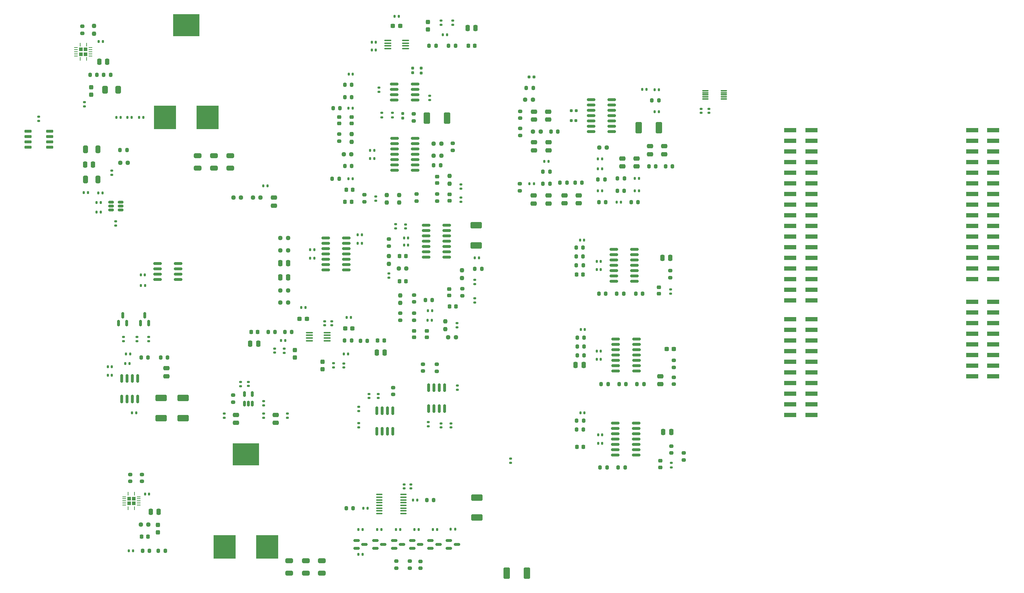
<source format=gbr>
%TF.GenerationSoftware,KiCad,Pcbnew,8.0.8*%
%TF.CreationDate,2025-03-13T09:52:43+00:00*%
%TF.ProjectId,Beehive_Monitor_main_PCB,42656568-6976-4655-9f4d-6f6e69746f72,rev?*%
%TF.SameCoordinates,Original*%
%TF.FileFunction,Paste,Top*%
%TF.FilePolarity,Positive*%
%FSLAX46Y46*%
G04 Gerber Fmt 4.6, Leading zero omitted, Abs format (unit mm)*
G04 Created by KiCad (PCBNEW 8.0.8) date 2025-03-13 09:52:43*
%MOMM*%
%LPD*%
G01*
G04 APERTURE LIST*
G04 Aperture macros list*
%AMRoundRect*
0 Rectangle with rounded corners*
0 $1 Rounding radius*
0 $2 $3 $4 $5 $6 $7 $8 $9 X,Y pos of 4 corners*
0 Add a 4 corners polygon primitive as box body*
4,1,4,$2,$3,$4,$5,$6,$7,$8,$9,$2,$3,0*
0 Add four circle primitives for the rounded corners*
1,1,$1+$1,$2,$3*
1,1,$1+$1,$4,$5*
1,1,$1+$1,$6,$7*
1,1,$1+$1,$8,$9*
0 Add four rect primitives between the rounded corners*
20,1,$1+$1,$2,$3,$4,$5,0*
20,1,$1+$1,$4,$5,$6,$7,0*
20,1,$1+$1,$6,$7,$8,$9,0*
20,1,$1+$1,$8,$9,$2,$3,0*%
G04 Aperture macros list end*
%ADD10RoundRect,0.200000X0.275000X-0.200000X0.275000X0.200000X-0.275000X0.200000X-0.275000X-0.200000X0*%
%ADD11RoundRect,0.200000X-0.200000X-0.275000X0.200000X-0.275000X0.200000X0.275000X-0.200000X0.275000X0*%
%ADD12RoundRect,0.237500X0.300000X0.237500X-0.300000X0.237500X-0.300000X-0.237500X0.300000X-0.237500X0*%
%ADD13RoundRect,0.225000X0.250000X-0.225000X0.250000X0.225000X-0.250000X0.225000X-0.250000X-0.225000X0*%
%ADD14RoundRect,0.150000X0.150000X-0.512500X0.150000X0.512500X-0.150000X0.512500X-0.150000X-0.512500X0*%
%ADD15RoundRect,0.140000X-0.140000X-0.170000X0.140000X-0.170000X0.140000X0.170000X-0.140000X0.170000X0*%
%ADD16RoundRect,0.250000X0.475000X-0.250000X0.475000X0.250000X-0.475000X0.250000X-0.475000X-0.250000X0*%
%ADD17RoundRect,0.135000X-0.185000X0.135000X-0.185000X-0.135000X0.185000X-0.135000X0.185000X0.135000X0*%
%ADD18RoundRect,0.135000X0.135000X0.185000X-0.135000X0.185000X-0.135000X-0.185000X0.135000X-0.185000X0*%
%ADD19RoundRect,0.150000X-0.825000X-0.150000X0.825000X-0.150000X0.825000X0.150000X-0.825000X0.150000X0*%
%ADD20RoundRect,0.200000X-0.275000X0.200000X-0.275000X-0.200000X0.275000X-0.200000X0.275000X0.200000X0*%
%ADD21RoundRect,0.225000X0.225000X0.250000X-0.225000X0.250000X-0.225000X-0.250000X0.225000X-0.250000X0*%
%ADD22RoundRect,0.200000X0.200000X0.275000X-0.200000X0.275000X-0.200000X-0.275000X0.200000X-0.275000X0*%
%ADD23RoundRect,0.225000X-0.225000X-0.250000X0.225000X-0.250000X0.225000X0.250000X-0.225000X0.250000X0*%
%ADD24RoundRect,0.140000X0.170000X-0.140000X0.170000X0.140000X-0.170000X0.140000X-0.170000X-0.140000X0*%
%ADD25RoundRect,0.250000X-0.650000X0.325000X-0.650000X-0.325000X0.650000X-0.325000X0.650000X0.325000X0*%
%ADD26RoundRect,0.155000X0.155000X-0.212500X0.155000X0.212500X-0.155000X0.212500X-0.155000X-0.212500X0*%
%ADD27RoundRect,0.150000X0.825000X0.150000X-0.825000X0.150000X-0.825000X-0.150000X0.825000X-0.150000X0*%
%ADD28RoundRect,0.140000X-0.170000X0.140000X-0.170000X-0.140000X0.170000X-0.140000X0.170000X0.140000X0*%
%ADD29RoundRect,0.135000X-0.135000X-0.185000X0.135000X-0.185000X0.135000X0.185000X-0.135000X0.185000X0*%
%ADD30RoundRect,0.135000X0.185000X-0.135000X0.185000X0.135000X-0.185000X0.135000X-0.185000X-0.135000X0*%
%ADD31RoundRect,0.225000X-0.250000X0.225000X-0.250000X-0.225000X0.250000X-0.225000X0.250000X0.225000X0*%
%ADD32RoundRect,0.250000X-0.250000X-0.475000X0.250000X-0.475000X0.250000X0.475000X-0.250000X0.475000X0*%
%ADD33RoundRect,0.250000X-0.475000X0.250000X-0.475000X-0.250000X0.475000X-0.250000X0.475000X0.250000X0*%
%ADD34RoundRect,0.140000X0.140000X0.170000X-0.140000X0.170000X-0.140000X-0.170000X0.140000X-0.170000X0*%
%ADD35R,6.360000X5.280000*%
%ADD36R,5.330000X5.590000*%
%ADD37RoundRect,0.237500X-0.237500X0.300000X-0.237500X-0.300000X0.237500X-0.300000X0.237500X0.300000X0*%
%ADD38RoundRect,0.100000X-0.712500X-0.100000X0.712500X-0.100000X0.712500X0.100000X-0.712500X0.100000X0*%
%ADD39RoundRect,0.250000X0.250000X0.475000X-0.250000X0.475000X-0.250000X-0.475000X0.250000X-0.475000X0*%
%ADD40RoundRect,0.237500X-0.250000X-0.237500X0.250000X-0.237500X0.250000X0.237500X-0.250000X0.237500X0*%
%ADD41R,0.820000X0.820000*%
%ADD42R,0.280000X0.850000*%
%ADD43R,0.850000X0.280000*%
%ADD44RoundRect,0.150000X-0.587500X-0.150000X0.587500X-0.150000X0.587500X0.150000X-0.587500X0.150000X0*%
%ADD45RoundRect,0.237500X-0.300000X-0.237500X0.300000X-0.237500X0.300000X0.237500X-0.300000X0.237500X0*%
%ADD46RoundRect,0.150000X-0.150000X0.825000X-0.150000X-0.825000X0.150000X-0.825000X0.150000X0.825000X0*%
%ADD47RoundRect,0.237500X0.250000X0.237500X-0.250000X0.237500X-0.250000X-0.237500X0.250000X-0.237500X0*%
%ADD48RoundRect,0.237500X-0.237500X0.250000X-0.237500X-0.250000X0.237500X-0.250000X0.237500X0.250000X0*%
%ADD49RoundRect,0.100000X-0.637500X-0.100000X0.637500X-0.100000X0.637500X0.100000X-0.637500X0.100000X0*%
%ADD50RoundRect,0.237500X0.237500X-0.300000X0.237500X0.300000X-0.237500X0.300000X-0.237500X-0.300000X0*%
%ADD51R,3.000000X1.000000*%
%ADD52RoundRect,0.250000X1.100000X-0.500000X1.100000X0.500000X-1.100000X0.500000X-1.100000X-0.500000X0*%
%ADD53RoundRect,0.237500X0.237500X-0.250000X0.237500X0.250000X-0.237500X0.250000X-0.237500X-0.250000X0*%
%ADD54RoundRect,0.155000X-0.212500X-0.155000X0.212500X-0.155000X0.212500X0.155000X-0.212500X0.155000X0*%
%ADD55RoundRect,0.250000X-0.500000X-1.100000X0.500000X-1.100000X0.500000X1.100000X-0.500000X1.100000X0*%
%ADD56RoundRect,0.250000X-0.325000X-0.650000X0.325000X-0.650000X0.325000X0.650000X-0.325000X0.650000X0*%
%ADD57RoundRect,0.150000X0.512500X0.150000X-0.512500X0.150000X-0.512500X-0.150000X0.512500X-0.150000X0*%
%ADD58RoundRect,0.150000X0.725000X0.150000X-0.725000X0.150000X-0.725000X-0.150000X0.725000X-0.150000X0*%
%ADD59RoundRect,0.250000X0.500000X1.100000X-0.500000X1.100000X-0.500000X-1.100000X0.500000X-1.100000X0*%
%ADD60RoundRect,0.155000X-0.155000X0.212500X-0.155000X-0.212500X0.155000X-0.212500X0.155000X0.212500X0*%
%ADD61RoundRect,0.075000X-0.650000X-0.075000X0.650000X-0.075000X0.650000X0.075000X-0.650000X0.075000X0*%
%ADD62RoundRect,0.250000X0.412500X0.650000X-0.412500X0.650000X-0.412500X-0.650000X0.412500X-0.650000X0*%
%ADD63RoundRect,0.150000X0.150000X-0.587500X0.150000X0.587500X-0.150000X0.587500X-0.150000X-0.587500X0*%
%ADD64RoundRect,0.100000X0.712500X0.100000X-0.712500X0.100000X-0.712500X-0.100000X0.712500X-0.100000X0*%
%ADD65RoundRect,0.155000X0.212500X0.155000X-0.212500X0.155000X-0.212500X-0.155000X0.212500X-0.155000X0*%
%ADD66RoundRect,0.150000X0.150000X-0.825000X0.150000X0.825000X-0.150000X0.825000X-0.150000X-0.825000X0*%
G04 APERTURE END LIST*
D10*
%TO.C,R172*%
X211880000Y-159175000D03*
X211880000Y-157525000D03*
%TD*%
D11*
%TO.C,R153*%
X203415000Y-121120000D03*
X205065000Y-121120000D03*
%TD*%
D12*
%TO.C,C95*%
X212515000Y-134350000D03*
X210790000Y-134350000D03*
%TD*%
D11*
%TO.C,R47*%
X133980000Y-74210000D03*
X135630000Y-74210000D03*
%TD*%
D13*
%TO.C,C84*%
X150531250Y-131567500D03*
X150531250Y-130017500D03*
%TD*%
D14*
%TO.C,IC4*%
X110025000Y-147385000D03*
X110975000Y-147385000D03*
X111925000Y-147385000D03*
X111925000Y-145110000D03*
X110025000Y-145110000D03*
%TD*%
D15*
%TO.C,Cboot1*%
X86340000Y-169000000D03*
X87300000Y-169000000D03*
%TD*%
D16*
%TO.C,C77*%
X210240000Y-87825907D03*
X210240000Y-85925907D03*
%TD*%
D17*
%TO.C,R17*%
X114650000Y-146740000D03*
X114650000Y-147760000D03*
%TD*%
D11*
%TO.C,R141*%
X85390000Y-136370000D03*
X87040000Y-136370000D03*
%TD*%
D10*
%TO.C,R60*%
X151110000Y-98995000D03*
X151110000Y-97345000D03*
%TD*%
D18*
%TO.C,R82*%
X179090000Y-94845907D03*
X178070000Y-94845907D03*
%TD*%
D19*
%TO.C,U1*%
X145830000Y-84050000D03*
X145830000Y-85320000D03*
X145830000Y-86590000D03*
X145830000Y-87860000D03*
X145830000Y-89130000D03*
X145830000Y-90400000D03*
X145830000Y-91670000D03*
X150780000Y-91670000D03*
X150780000Y-90400000D03*
X150780000Y-89130000D03*
X150780000Y-87860000D03*
X150780000Y-86590000D03*
X150780000Y-85320000D03*
X150780000Y-84050000D03*
%TD*%
D20*
%TO.C,R113*%
X150531250Y-125787500D03*
X150531250Y-127437500D03*
%TD*%
D13*
%TO.C,C63*%
X158990000Y-98965000D03*
X158990000Y-97415000D03*
%TD*%
D21*
%TO.C,C111*%
X190802499Y-116532500D03*
X189252499Y-116532500D03*
%TD*%
D22*
%TO.C,R79*%
X184840000Y-82430000D03*
X183190000Y-82430000D03*
%TD*%
D23*
%TO.C,C31*%
X111610000Y-130290000D03*
X113160000Y-130290000D03*
%TD*%
D24*
%TO.C,C24*%
X130900000Y-128660000D03*
X130900000Y-127700000D03*
%TD*%
D15*
%TO.C,C97*%
X138420000Y-172310000D03*
X139380000Y-172310000D03*
%TD*%
D25*
%TO.C,C20*%
X128525000Y-184900000D03*
X128525000Y-187850000D03*
%TD*%
D26*
%TO.C,C68*%
X150205000Y-68417500D03*
X150205000Y-67282500D03*
%TD*%
D19*
%TO.C,U3*%
X192740000Y-74795907D03*
X192740000Y-76065907D03*
X192740000Y-77335907D03*
X192740000Y-78605907D03*
X192740000Y-79875907D03*
X192740000Y-81145907D03*
X192740000Y-82415907D03*
X197690000Y-82415907D03*
X197690000Y-81145907D03*
X197690000Y-79875907D03*
X197690000Y-78605907D03*
X197690000Y-77335907D03*
X197690000Y-76065907D03*
X197690000Y-74795907D03*
%TD*%
D27*
%TO.C,IC2*%
X94220000Y-117770000D03*
X94220000Y-116500000D03*
X94220000Y-115230000D03*
X94220000Y-113960000D03*
X89270000Y-113960000D03*
X89270000Y-115230000D03*
X89270000Y-116500000D03*
X89270000Y-117770000D03*
%TD*%
D28*
%TO.C,C89*%
X159325000Y-152107500D03*
X159325000Y-153067500D03*
%TD*%
D29*
%TO.C,R146*%
X83225552Y-149554448D03*
X84245552Y-149554448D03*
%TD*%
D30*
%TO.C,R71*%
X142145000Y-72940000D03*
X142145000Y-71920000D03*
%TD*%
D11*
%TO.C,R13*%
X80340000Y-86810000D03*
X81990000Y-86810000D03*
%TD*%
%TO.C,R154*%
X189425000Y-133710000D03*
X191075000Y-133710000D03*
%TD*%
D31*
%TO.C,C59*%
X132690000Y-78975000D03*
X132690000Y-80525000D03*
%TD*%
D15*
%TO.C,C57*%
X134895000Y-68690000D03*
X135855000Y-68690000D03*
%TD*%
D32*
%TO.C,C2*%
X72025000Y-90275000D03*
X73925000Y-90275000D03*
%TD*%
D11*
%TO.C,R132*%
X165016250Y-115172500D03*
X166666250Y-115172500D03*
%TD*%
D22*
%TO.C,R92*%
X200677500Y-96585907D03*
X199027500Y-96585907D03*
%TD*%
D33*
%TO.C,C72*%
X182520000Y-77670907D03*
X182520000Y-79570907D03*
%TD*%
D34*
%TO.C,C93*%
X191265000Y-129680000D03*
X190305000Y-129680000D03*
%TD*%
D11*
%TO.C,R116*%
X195170000Y-142730000D03*
X196820000Y-142730000D03*
%TD*%
D10*
%TO.C,R167*%
X155940000Y-139625000D03*
X155940000Y-137975000D03*
%TD*%
D29*
%TO.C,R96*%
X203155000Y-93635907D03*
X204175000Y-93635907D03*
%TD*%
D18*
%TO.C,R168*%
X154836250Y-125187500D03*
X153816250Y-125187500D03*
%TD*%
D34*
%TO.C,C56*%
X140992500Y-86900000D03*
X140032500Y-86900000D03*
%TD*%
D11*
%TO.C,R118*%
X153201250Y-122687500D03*
X154851250Y-122687500D03*
%TD*%
D10*
%TO.C,R50*%
X132690000Y-84700000D03*
X132690000Y-83050000D03*
%TD*%
D18*
%TO.C,R28*%
X134740000Y-135480000D03*
X133720000Y-135480000D03*
%TD*%
D30*
%TO.C,R149*%
X173500000Y-161510000D03*
X173500000Y-160490000D03*
%TD*%
D10*
%TO.C,R121*%
X149495000Y-186635000D03*
X149495000Y-184985000D03*
%TD*%
D34*
%TO.C,C102*%
X78400000Y-140604448D03*
X77440000Y-140604448D03*
%TD*%
%TO.C,C44*%
X86320000Y-119210000D03*
X85360000Y-119210000D03*
%TD*%
D11*
%TO.C,R95*%
X199040000Y-93635907D03*
X200690000Y-93635907D03*
%TD*%
D17*
%TO.C,R133*%
X165011250Y-117842500D03*
X165011250Y-118862500D03*
%TD*%
D30*
%TO.C,R143*%
X81190000Y-132470000D03*
X81190000Y-131450000D03*
%TD*%
%TO.C,R500*%
X78340000Y-92750000D03*
X78340000Y-91730000D03*
%TD*%
D20*
%TO.C,R6*%
X71350000Y-57312500D03*
X71350000Y-58962500D03*
%TD*%
D35*
%TO.C,L1*%
X96125000Y-57000000D03*
D36*
X91050000Y-79075000D03*
X101200000Y-79075000D03*
%TD*%
D11*
%TO.C,R156*%
X199435000Y-142730000D03*
X201085000Y-142730000D03*
%TD*%
D18*
%TO.C,R46*%
X135850000Y-76840000D03*
X134830000Y-76840000D03*
%TD*%
D37*
%TO.C,C7*%
X73500000Y-71875000D03*
X73500000Y-73600000D03*
%TD*%
D17*
%TO.C,R150*%
X153915000Y-151747500D03*
X153915000Y-152767500D03*
%TD*%
D29*
%TO.C,R36*%
X123553750Y-124426250D03*
X124573750Y-124426250D03*
%TD*%
D22*
%TO.C,R91*%
X203960000Y-99285907D03*
X202310000Y-99285907D03*
%TD*%
D33*
%TO.C,C14*%
X107975000Y-150080000D03*
X107975000Y-151980000D03*
%TD*%
D17*
%TO.C,R4*%
X79300000Y-103880000D03*
X79300000Y-104900000D03*
%TD*%
D38*
%TO.C,IC6*%
X125552500Y-130410000D03*
X125552500Y-131060000D03*
X125552500Y-131710000D03*
X125552500Y-132360000D03*
X129777500Y-132360000D03*
X129777500Y-131710000D03*
X129777500Y-131060000D03*
X129777500Y-130410000D03*
%TD*%
D34*
%TO.C,C55*%
X140992500Y-88870000D03*
X140032500Y-88870000D03*
%TD*%
D24*
%TO.C,C23*%
X129202500Y-128660000D03*
X129202500Y-127700000D03*
%TD*%
%TO.C,C100*%
X149770000Y-167640000D03*
X149770000Y-166680000D03*
%TD*%
D22*
%TO.C,R155*%
X191085000Y-135820000D03*
X189435000Y-135820000D03*
%TD*%
D39*
%TO.C,C112*%
X211672499Y-112542500D03*
X209772499Y-112542500D03*
%TD*%
D17*
%TO.C,R55*%
X141380000Y-97900000D03*
X141380000Y-98920000D03*
%TD*%
D29*
%TO.C,R34*%
X118778750Y-132320000D03*
X119798750Y-132320000D03*
%TD*%
D11*
%TO.C,R11*%
X76450000Y-68900000D03*
X78100000Y-68900000D03*
%TD*%
D12*
%TO.C,C39*%
X147200000Y-57170000D03*
X145475000Y-57170000D03*
%TD*%
D40*
%TO.C,R16*%
X85300000Y-176225000D03*
X87125000Y-176225000D03*
%TD*%
D10*
%TO.C,R158*%
X212525000Y-138715000D03*
X212525000Y-137065000D03*
%TD*%
D37*
%TO.C,C27*%
X128650000Y-137397500D03*
X128650000Y-139122500D03*
%TD*%
D18*
%TO.C,R72*%
X115525000Y-95360000D03*
X114505000Y-95360000D03*
%TD*%
D11*
%TO.C,R86*%
X188920000Y-94625907D03*
X190570000Y-94625907D03*
%TD*%
D41*
%TO.C,IC3*%
X71015000Y-62815000D03*
X71015000Y-63935000D03*
X72135000Y-62815000D03*
X72135000Y-63935000D03*
D42*
X70825000Y-61650000D03*
D43*
X69850000Y-62375000D03*
X69850000Y-62875000D03*
X69850000Y-63375000D03*
X69850000Y-63875000D03*
X69850000Y-64375000D03*
D42*
X70825000Y-65100000D03*
X72325000Y-65100000D03*
D43*
X73300000Y-64375000D03*
X73300000Y-63875000D03*
X73300000Y-63375000D03*
X73300000Y-62875000D03*
X73300000Y-62375000D03*
D42*
X72325000Y-61650000D03*
%TD*%
D11*
%TO.C,R173*%
X194920000Y-162580000D03*
X196570000Y-162580000D03*
%TD*%
D44*
%TO.C,Q3*%
X136770000Y-180010000D03*
X136770000Y-181910000D03*
X138645000Y-180960000D03*
%TD*%
D39*
%TO.C,C117*%
X211880000Y-154110000D03*
X209980000Y-154110000D03*
%TD*%
D24*
%TO.C,C99*%
X148120000Y-167640000D03*
X148120000Y-166680000D03*
%TD*%
D18*
%TO.C,R104*%
X204162500Y-96585907D03*
X203142500Y-96585907D03*
%TD*%
D30*
%TO.C,R142*%
X84425552Y-132470000D03*
X84425552Y-131450000D03*
%TD*%
D34*
%TO.C,C114*%
X195390000Y-156820000D03*
X194430000Y-156820000D03*
%TD*%
D40*
%TO.C,R42*%
X107407500Y-98200000D03*
X109232500Y-98200000D03*
%TD*%
D20*
%TO.C,R15*%
X82750000Y-164300000D03*
X82750000Y-165950000D03*
%TD*%
D34*
%TO.C,C109*%
X195062499Y-115372500D03*
X194102499Y-115372500D03*
%TD*%
D45*
%TO.C,C34*%
X123201250Y-127166250D03*
X124926250Y-127166250D03*
%TD*%
D21*
%TO.C,C116*%
X190885000Y-157700000D03*
X189335000Y-157700000D03*
%TD*%
D16*
%TO.C,C17*%
X186450000Y-99565907D03*
X186450000Y-97665907D03*
%TD*%
D46*
%TO.C,U5*%
X157800000Y-143587500D03*
X156530000Y-143587500D03*
X155260000Y-143587500D03*
X153990000Y-143587500D03*
X153990000Y-148537500D03*
X155260000Y-148537500D03*
X156530000Y-148537500D03*
X157800000Y-148537500D03*
%TD*%
D47*
%TO.C,R26*%
X120420000Y-120360000D03*
X118595000Y-120360000D03*
%TD*%
D15*
%TO.C,Cboot5*%
X75270000Y-60925000D03*
X76230000Y-60925000D03*
%TD*%
D48*
%TO.C,R63*%
X159000000Y-93025000D03*
X159000000Y-94850000D03*
%TD*%
D18*
%TO.C,R125*%
X138217500Y-177385000D03*
X137197500Y-177385000D03*
%TD*%
D40*
%TO.C,R75*%
X177027500Y-74845907D03*
X178852500Y-74845907D03*
%TD*%
D20*
%TO.C,R111*%
X150531250Y-121447500D03*
X150531250Y-123097500D03*
%TD*%
D49*
%TO.C,IC9*%
X142245000Y-169060000D03*
X142245000Y-169710000D03*
X142245000Y-170360000D03*
X142245000Y-171010000D03*
X142245000Y-171660000D03*
X142245000Y-172310000D03*
X142245000Y-172960000D03*
X142245000Y-173610000D03*
X147970000Y-173610000D03*
X147970000Y-172960000D03*
X147970000Y-172310000D03*
X147970000Y-171660000D03*
X147970000Y-171010000D03*
X147970000Y-170360000D03*
X147970000Y-169710000D03*
X147970000Y-169060000D03*
%TD*%
D44*
%TO.C,Q1*%
X150095000Y-180010000D03*
X150095000Y-181910000D03*
X151970000Y-180960000D03*
%TD*%
D12*
%TO.C,C28*%
X135782500Y-129426250D03*
X134057500Y-129426250D03*
%TD*%
D18*
%TO.C,R39*%
X158415000Y-59317500D03*
X157395000Y-59317500D03*
%TD*%
D50*
%TO.C,C38*%
X153790000Y-58032500D03*
X153790000Y-56307500D03*
%TD*%
D16*
%TO.C,C74*%
X179050000Y-99595907D03*
X179050000Y-97695907D03*
%TD*%
D13*
%TO.C,C86*%
X158936250Y-121572500D03*
X158936250Y-120022500D03*
%TD*%
D20*
%TO.C,R65*%
X156040000Y-97360000D03*
X156040000Y-99010000D03*
%TD*%
D10*
%TO.C,R110*%
X152645000Y-139605000D03*
X152645000Y-137955000D03*
%TD*%
D26*
%TO.C,C67*%
X152195000Y-68427500D03*
X152195000Y-67292500D03*
%TD*%
D32*
%TO.C,Css5*%
X75375000Y-65750000D03*
X77275000Y-65750000D03*
%TD*%
D11*
%TO.C,R33*%
X119695000Y-130290000D03*
X121345000Y-130290000D03*
%TD*%
D35*
%TO.C,L2*%
X110350000Y-159480000D03*
D36*
X105275000Y-181555000D03*
X115425000Y-181555000D03*
%TD*%
D11*
%TO.C,R93*%
X206520000Y-90735907D03*
X208170000Y-90735907D03*
%TD*%
D33*
%TO.C,C73*%
X179160000Y-84975907D03*
X179160000Y-86875907D03*
%TD*%
D19*
%TO.C,IC8*%
X129430000Y-107830000D03*
X129430000Y-109100000D03*
X129430000Y-110370000D03*
X129430000Y-111640000D03*
X129430000Y-112910000D03*
X129430000Y-114180000D03*
X129430000Y-115450000D03*
X134380000Y-115450000D03*
X134380000Y-114180000D03*
X134380000Y-112910000D03*
X134380000Y-111640000D03*
X134380000Y-110370000D03*
X134380000Y-109100000D03*
X134380000Y-107830000D03*
%TD*%
D18*
%TO.C,R88*%
X195350000Y-91315907D03*
X194330000Y-91315907D03*
%TD*%
D11*
%TO.C,R157*%
X203685000Y-142720000D03*
X205335000Y-142720000D03*
%TD*%
D40*
%TO.C,R25*%
X118595000Y-123250000D03*
X120420000Y-123250000D03*
%TD*%
D13*
%TO.C,C62*%
X156040000Y-94715000D03*
X156040000Y-93165000D03*
%TD*%
D17*
%TO.C,R105*%
X146101250Y-104542500D03*
X146101250Y-105562500D03*
%TD*%
D10*
%TO.C,R151*%
X145485000Y-145182500D03*
X145485000Y-143532500D03*
%TD*%
D11*
%TO.C,R101*%
X181270000Y-92015907D03*
X182920000Y-92015907D03*
%TD*%
%TO.C,R32*%
X115675000Y-130290000D03*
X117325000Y-130290000D03*
%TD*%
D23*
%TO.C,C60*%
X134310000Y-96340000D03*
X135860000Y-96340000D03*
%TD*%
D51*
%TO.C,J1*%
X283680000Y-140840000D03*
X288720000Y-140840000D03*
X283680000Y-138300000D03*
X288720000Y-138300000D03*
X283680000Y-135760000D03*
X288720000Y-135760000D03*
X283680000Y-133220000D03*
X288720000Y-133220000D03*
X283680000Y-130680000D03*
X288720000Y-130680000D03*
X283680000Y-128140000D03*
X288720000Y-128140000D03*
X283680000Y-125600000D03*
X288720000Y-125600000D03*
X283680000Y-123060000D03*
X288720000Y-123060000D03*
%TD*%
D22*
%TO.C,R37*%
X160415000Y-61957500D03*
X158765000Y-61957500D03*
%TD*%
%TO.C,R159*%
X190822499Y-110142500D03*
X189172499Y-110142500D03*
%TD*%
D52*
%TO.C,D4*%
X95390000Y-150820000D03*
X95390000Y-146020000D03*
%TD*%
D18*
%TO.C,R56*%
X135865000Y-93700000D03*
X134845000Y-93700000D03*
%TD*%
D19*
%TO.C,U4*%
X153366250Y-104800000D03*
X153366250Y-106070000D03*
X153366250Y-107340000D03*
X153366250Y-108610000D03*
X153366250Y-109880000D03*
X153366250Y-111150000D03*
X153366250Y-112420000D03*
X158316250Y-112420000D03*
X158316250Y-111150000D03*
X158316250Y-109880000D03*
X158316250Y-108610000D03*
X158316250Y-107340000D03*
X158316250Y-106070000D03*
X158316250Y-104800000D03*
%TD*%
D28*
%TO.C,C107*%
X220845000Y-77020000D03*
X220845000Y-77980000D03*
%TD*%
D22*
%TO.C,R38*%
X155755000Y-61957500D03*
X154105000Y-61957500D03*
%TD*%
D34*
%TO.C,C41*%
X141377500Y-62972500D03*
X140417500Y-62972500D03*
%TD*%
D22*
%TO.C,R89*%
X196275000Y-99275907D03*
X194625000Y-99275907D03*
%TD*%
D16*
%TO.C,C75*%
X189780000Y-99565907D03*
X189780000Y-97665907D03*
%TD*%
D40*
%TO.C,R102*%
X194667500Y-86205907D03*
X196492500Y-86205907D03*
%TD*%
D30*
%TO.C,R175*%
X211880000Y-162570000D03*
X211880000Y-161550000D03*
%TD*%
D24*
%TO.C,C81*%
X148511250Y-105532500D03*
X148511250Y-104572500D03*
%TD*%
D39*
%TO.C,C35*%
X165170000Y-57707500D03*
X163270000Y-57707500D03*
%TD*%
D18*
%TO.C,R138*%
X160292500Y-177360000D03*
X159272500Y-177360000D03*
%TD*%
D53*
%TO.C,R115*%
X147211250Y-123332500D03*
X147211250Y-121507500D03*
%TD*%
%TO.C,R7*%
X74150000Y-59050000D03*
X74150000Y-57225000D03*
%TD*%
D34*
%TO.C,C78*%
X208910000Y-77695907D03*
X207950000Y-77695907D03*
%TD*%
D40*
%TO.C,R62*%
X155175000Y-85320000D03*
X157000000Y-85320000D03*
%TD*%
D20*
%TO.C,R22*%
X107315000Y-145365000D03*
X107315000Y-147015000D03*
%TD*%
D54*
%TO.C,C71*%
X177962500Y-69393407D03*
X179097500Y-69393407D03*
%TD*%
D30*
%TO.C,R100*%
X154210000Y-74930000D03*
X154210000Y-73910000D03*
%TD*%
D48*
%TO.C,R128*%
X161981250Y-115537500D03*
X161981250Y-117362500D03*
%TD*%
D55*
%TO.C,D1*%
X153600000Y-79200000D03*
X158400000Y-79200000D03*
%TD*%
D47*
%TO.C,R64*%
X157012500Y-88180000D03*
X155187500Y-88180000D03*
%TD*%
D18*
%TO.C,R139*%
X155995000Y-177385000D03*
X154975000Y-177385000D03*
%TD*%
D53*
%TO.C,R122*%
X158001250Y-129555000D03*
X158001250Y-127730000D03*
%TD*%
D28*
%TO.C,C32*%
X117273750Y-134256250D03*
X117273750Y-135216250D03*
%TD*%
D10*
%TO.C,R77*%
X175870000Y-83335907D03*
X175870000Y-81685907D03*
%TD*%
D22*
%TO.C,R84*%
X196030000Y-93875907D03*
X194380000Y-93875907D03*
%TD*%
D37*
%TO.C,C5*%
X89425000Y-176337500D03*
X89425000Y-178062500D03*
%TD*%
D34*
%TO.C,C91*%
X195055000Y-134810000D03*
X194095000Y-134810000D03*
%TD*%
D18*
%TO.C,R44*%
X138060000Y-109100000D03*
X137040000Y-109100000D03*
%TD*%
D32*
%TO.C,Css1*%
X87650000Y-173175000D03*
X89550000Y-173175000D03*
%TD*%
D56*
%TO.C,C1*%
X72100000Y-86675000D03*
X75050000Y-86675000D03*
%TD*%
D17*
%TO.C,R35*%
X119533750Y-134246250D03*
X119533750Y-135266250D03*
%TD*%
D10*
%TO.C,R117*%
X212525000Y-142720000D03*
X212525000Y-141070000D03*
%TD*%
D57*
%TO.C,IC1*%
X80497500Y-101162500D03*
X80497500Y-100212500D03*
X80497500Y-99262500D03*
X78222500Y-99262500D03*
X78222500Y-100212500D03*
X78222500Y-101162500D03*
%TD*%
D11*
%TO.C,R10*%
X73200000Y-68900000D03*
X74850000Y-68900000D03*
%TD*%
D30*
%TO.C,R144*%
X87170000Y-132470000D03*
X87170000Y-131450000D03*
%TD*%
D10*
%TO.C,R14*%
X85575000Y-165950000D03*
X85575000Y-164300000D03*
%TD*%
D11*
%TO.C,R162*%
X194602499Y-121122500D03*
X196252499Y-121122500D03*
%TD*%
D30*
%TO.C,R165*%
X211692499Y-121152500D03*
X211692499Y-120132500D03*
%TD*%
D29*
%TO.C,R169*%
X81750000Y-135510000D03*
X82770000Y-135510000D03*
%TD*%
D39*
%TO.C,C94*%
X190975000Y-138170000D03*
X189075000Y-138170000D03*
%TD*%
D33*
%TO.C,C54*%
X179130000Y-77670907D03*
X179130000Y-79570907D03*
%TD*%
D23*
%TO.C,C61*%
X134030000Y-99170000D03*
X135580000Y-99170000D03*
%TD*%
D58*
%TO.C,Q9*%
X63550000Y-86185000D03*
X63550000Y-84915000D03*
X63550000Y-83645000D03*
X63550000Y-82375000D03*
X58400000Y-82375000D03*
X58400000Y-83645000D03*
X58400000Y-84915000D03*
X58400000Y-86185000D03*
%TD*%
D21*
%TO.C,C4*%
X87025000Y-179125000D03*
X85475000Y-179125000D03*
%TD*%
D20*
%TO.C,R129*%
X161991250Y-119972500D03*
X161991250Y-121622500D03*
%TD*%
D51*
%TO.C,J2*%
X240270000Y-150040000D03*
X245310000Y-150040000D03*
X240270000Y-147500000D03*
X245310000Y-147500000D03*
X240270000Y-144960000D03*
X245310000Y-144960000D03*
X240270000Y-142420000D03*
X245310000Y-142420000D03*
X240270000Y-139880000D03*
X245310000Y-139880000D03*
X240270000Y-137340000D03*
X245310000Y-137340000D03*
X240270000Y-134800000D03*
X245310000Y-134800000D03*
X240270000Y-132260000D03*
X245310000Y-132260000D03*
X240270000Y-129720000D03*
X245310000Y-129720000D03*
X240270000Y-127180000D03*
X245310000Y-127180000D03*
%TD*%
D18*
%TO.C,R131*%
X138217500Y-183385000D03*
X137197500Y-183385000D03*
%TD*%
D22*
%TO.C,R49*%
X135630000Y-71290000D03*
X133980000Y-71290000D03*
%TD*%
D40*
%TO.C,R43*%
X112067500Y-98200000D03*
X113892500Y-98200000D03*
%TD*%
D11*
%TO.C,R94*%
X210525000Y-90745907D03*
X212175000Y-90745907D03*
%TD*%
D55*
%TO.C,D8*%
X172620000Y-187860000D03*
X177420000Y-187860000D03*
%TD*%
D19*
%TO.C,U2*%
X145800000Y-71120000D03*
X145800000Y-72390000D03*
X145800000Y-73660000D03*
X145800000Y-74930000D03*
X150750000Y-74930000D03*
X150750000Y-73660000D03*
X150750000Y-72390000D03*
X150750000Y-71120000D03*
%TD*%
D34*
%TO.C,C103*%
X78409448Y-138560000D03*
X77449448Y-138560000D03*
%TD*%
D22*
%TO.C,R18*%
X91150000Y-182475000D03*
X89500000Y-182475000D03*
%TD*%
D17*
%TO.C,R134*%
X165011250Y-122252500D03*
X165011250Y-123272500D03*
%TD*%
D21*
%TO.C,C29*%
X143360000Y-132320000D03*
X141810000Y-132320000D03*
%TD*%
D11*
%TO.C,R51*%
X131180000Y-76840000D03*
X132830000Y-76840000D03*
%TD*%
D34*
%TO.C,C80*%
X149101250Y-107792500D03*
X148141250Y-107792500D03*
%TD*%
D24*
%TO.C,C104*%
X139765000Y-146027500D03*
X139765000Y-145067500D03*
%TD*%
D29*
%TO.C,R87*%
X194330000Y-88915907D03*
X195350000Y-88915907D03*
%TD*%
D10*
%TO.C,R166*%
X211682499Y-117292500D03*
X211682499Y-115642500D03*
%TD*%
D34*
%TO.C,C79*%
X149101250Y-109502500D03*
X148141250Y-109502500D03*
%TD*%
D37*
%TO.C,C33*%
X122043750Y-134613750D03*
X122043750Y-136338750D03*
%TD*%
D22*
%TO.C,R112*%
X191080000Y-131630000D03*
X189430000Y-131630000D03*
%TD*%
D59*
%TO.C,D2*%
X208910000Y-81485907D03*
X204110000Y-81485907D03*
%TD*%
D51*
%TO.C,J4*%
X240270000Y-122730000D03*
X245310000Y-122730000D03*
X240270000Y-120190000D03*
X245310000Y-120190000D03*
X240270000Y-117650000D03*
X245310000Y-117650000D03*
X240270000Y-115110000D03*
X245310000Y-115110000D03*
X240270000Y-112570000D03*
X245310000Y-112570000D03*
X240270000Y-110030000D03*
X245310000Y-110030000D03*
X240270000Y-107490000D03*
X245310000Y-107490000D03*
X240270000Y-104950000D03*
X245310000Y-104950000D03*
X240270000Y-102410000D03*
X245310000Y-102410000D03*
X240270000Y-99870000D03*
X245310000Y-99870000D03*
X240270000Y-97330000D03*
X245310000Y-97330000D03*
X240270000Y-94790000D03*
X245310000Y-94790000D03*
X240270000Y-92250000D03*
X245310000Y-92250000D03*
X240270000Y-89710000D03*
X245310000Y-89710000D03*
X240270000Y-87170000D03*
X245310000Y-87170000D03*
X240270000Y-84630000D03*
X245310000Y-84630000D03*
X240270000Y-82090000D03*
X245310000Y-82090000D03*
%TD*%
D22*
%TO.C,R27*%
X139340000Y-132350000D03*
X137690000Y-132350000D03*
%TD*%
D16*
%TO.C,C53*%
X182580000Y-99575907D03*
X182580000Y-97675907D03*
%TD*%
D18*
%TO.C,R98*%
X208920000Y-72405907D03*
X207900000Y-72405907D03*
%TD*%
D20*
%TO.C,R83*%
X175710000Y-94895907D03*
X175710000Y-96545907D03*
%TD*%
D60*
%TO.C,C64*%
X147800000Y-78077500D03*
X147800000Y-79212500D03*
%TD*%
D32*
%TO.C,C30*%
X111435000Y-133100000D03*
X113335000Y-133100000D03*
%TD*%
D23*
%TO.C,C83*%
X147041250Y-118122500D03*
X148591250Y-118122500D03*
%TD*%
D44*
%TO.C,Q2*%
X145795000Y-180010000D03*
X145795000Y-181910000D03*
X147670000Y-180960000D03*
%TD*%
D30*
%TO.C,R152*%
X60900000Y-79920000D03*
X60900000Y-78900000D03*
%TD*%
D29*
%TO.C,R103*%
X194360000Y-96555907D03*
X195380000Y-96555907D03*
%TD*%
D61*
%TO.C,IC11*%
X219985000Y-72660000D03*
X219985000Y-73160000D03*
X219985000Y-73660000D03*
X219985000Y-74160000D03*
X219985000Y-74660000D03*
X224385000Y-74660000D03*
X224385000Y-74160000D03*
X224385000Y-73660000D03*
X224385000Y-73160000D03*
X224385000Y-72660000D03*
%TD*%
D40*
%TO.C,R124*%
X158678750Y-131562500D03*
X160503750Y-131562500D03*
%TD*%
D13*
%TO.C,C85*%
X153541250Y-131567500D03*
X153541250Y-130017500D03*
%TD*%
%TO.C,C113*%
X208972499Y-121152500D03*
X208972499Y-119602500D03*
%TD*%
D30*
%TO.C,R40*%
X156940000Y-56960000D03*
X156940000Y-55940000D03*
%TD*%
D40*
%TO.C,R2*%
X80375000Y-89910000D03*
X82200000Y-89910000D03*
%TD*%
D18*
%TO.C,R12*%
X83150000Y-79075000D03*
X82130000Y-79075000D03*
%TD*%
D30*
%TO.C,R135*%
X160815000Y-144067500D03*
X160815000Y-143047500D03*
%TD*%
D62*
%TO.C,C6*%
X79900000Y-72475000D03*
X76775000Y-72475000D03*
%TD*%
D29*
%TO.C,R3*%
X75120000Y-97040000D03*
X76140000Y-97040000D03*
%TD*%
D22*
%TO.C,R58*%
X132630000Y-93690000D03*
X130980000Y-93690000D03*
%TD*%
D18*
%TO.C,R127*%
X142690000Y-177385000D03*
X141670000Y-177385000D03*
%TD*%
D48*
%TO.C,R48*%
X135570000Y-83047500D03*
X135570000Y-84872500D03*
%TD*%
D18*
%TO.C,R5*%
X80525000Y-79075000D03*
X79505000Y-79075000D03*
%TD*%
D20*
%TO.C,R76*%
X175870000Y-77575907D03*
X175870000Y-79225907D03*
%TD*%
D34*
%TO.C,C49*%
X126690000Y-112640000D03*
X125730000Y-112640000D03*
%TD*%
D16*
%TO.C,C96*%
X209305000Y-142720000D03*
X209305000Y-140820000D03*
%TD*%
D17*
%TO.C,R148*%
X137335000Y-151987500D03*
X137335000Y-153007500D03*
%TD*%
D18*
%TO.C,R80*%
X182590000Y-89525907D03*
X181570000Y-89525907D03*
%TD*%
D25*
%TO.C,C9*%
X102750000Y-88200000D03*
X102750000Y-91150000D03*
%TD*%
D47*
%TO.C,R78*%
X180740000Y-82445907D03*
X178915000Y-82445907D03*
%TD*%
D34*
%TO.C,C40*%
X141377500Y-61052500D03*
X140417500Y-61052500D03*
%TD*%
D53*
%TO.C,R53*%
X146940000Y-99375000D03*
X146940000Y-97550000D03*
%TD*%
D48*
%TO.C,R107*%
X144521250Y-112165000D03*
X144521250Y-113990000D03*
%TD*%
D44*
%TO.C,Q5*%
X154445000Y-180010000D03*
X154445000Y-181910000D03*
X156320000Y-180960000D03*
%TD*%
D63*
%TO.C,Q7*%
X85270000Y-128140000D03*
X87170000Y-128140000D03*
X86220000Y-126265000D03*
%TD*%
D32*
%TO.C,C51*%
X118557500Y-117240000D03*
X120457500Y-117240000D03*
%TD*%
D33*
%TO.C,C52*%
X117060000Y-98220000D03*
X117060000Y-100120000D03*
%TD*%
D28*
%TO.C,C12*%
X120300000Y-149760000D03*
X120300000Y-150720000D03*
%TD*%
D10*
%TO.C,R114*%
X147201250Y-127442500D03*
X147201250Y-125792500D03*
%TD*%
D20*
%TO.C,R69*%
X150470000Y-78210000D03*
X150470000Y-79860000D03*
%TD*%
D15*
%TO.C,C88*%
X165016250Y-112572500D03*
X165976250Y-112572500D03*
%TD*%
D28*
%TO.C,C13*%
X105200000Y-149760000D03*
X105200000Y-150720000D03*
%TD*%
D34*
%TO.C,C45*%
X86290000Y-116671471D03*
X85330000Y-116671471D03*
%TD*%
D25*
%TO.C,C8*%
X98900000Y-88200000D03*
X98900000Y-91150000D03*
%TD*%
D47*
%TO.C,R109*%
X148688750Y-115132500D03*
X146863750Y-115132500D03*
%TD*%
D10*
%TO.C,R176*%
X214820000Y-160830000D03*
X214820000Y-159180000D03*
%TD*%
D18*
%TO.C,R8*%
X85875000Y-79075000D03*
X84855000Y-79075000D03*
%TD*%
D22*
%TO.C,R74*%
X178945000Y-72055907D03*
X177295000Y-72055907D03*
%TD*%
D31*
%TO.C,C58*%
X135580000Y-78975000D03*
X135580000Y-80525000D03*
%TD*%
D40*
%TO.C,R23*%
X118595000Y-107850000D03*
X120420000Y-107850000D03*
%TD*%
D33*
%TO.C,C101*%
X91400000Y-138920000D03*
X91400000Y-140820000D03*
%TD*%
D34*
%TO.C,C108*%
X195062499Y-113392500D03*
X194102499Y-113392500D03*
%TD*%
D33*
%TO.C,C65*%
X182590000Y-84975907D03*
X182590000Y-86875907D03*
%TD*%
D11*
%TO.C,R85*%
X185320000Y-94625907D03*
X186970000Y-94625907D03*
%TD*%
D29*
%TO.C,R140*%
X81560000Y-137800000D03*
X82580000Y-137800000D03*
%TD*%
D39*
%TO.C,C25*%
X143520000Y-135220000D03*
X141620000Y-135220000D03*
%TD*%
D52*
%TO.C,D7*%
X165515000Y-174565000D03*
X165515000Y-169765000D03*
%TD*%
D24*
%TO.C,C37*%
X159765000Y-56910000D03*
X159765000Y-55950000D03*
%TD*%
D64*
%TO.C,IC7*%
X148450000Y-62617500D03*
X148450000Y-61967500D03*
X148450000Y-61317500D03*
X148450000Y-60667500D03*
X144225000Y-60667500D03*
X144225000Y-61317500D03*
X144225000Y-61967500D03*
X144225000Y-62617500D03*
%TD*%
D22*
%TO.C,R81*%
X182915000Y-94845907D03*
X181265000Y-94845907D03*
%TD*%
D44*
%TO.C,Q4*%
X141245000Y-180010000D03*
X141245000Y-181910000D03*
X143120000Y-180960000D03*
%TD*%
D20*
%TO.C,R67*%
X159780000Y-85240000D03*
X159780000Y-86890000D03*
%TD*%
D33*
%TO.C,C15*%
X203610000Y-88845907D03*
X203610000Y-90745907D03*
%TD*%
D17*
%TO.C,R20*%
X114650000Y-149750000D03*
X114650000Y-150770000D03*
%TD*%
D20*
%TO.C,R59*%
X138700000Y-97535000D03*
X138700000Y-99185000D03*
%TD*%
D65*
%TO.C,C70*%
X189137500Y-79835907D03*
X188002500Y-79835907D03*
%TD*%
D19*
%TO.C,U8*%
X198182499Y-110562500D03*
X198182499Y-111832500D03*
X198182499Y-113102500D03*
X198182499Y-114372500D03*
X198182499Y-115642500D03*
X198182499Y-116912500D03*
X198182499Y-118182500D03*
X203132499Y-118182500D03*
X203132499Y-116912500D03*
X203132499Y-115642500D03*
X203132499Y-114372500D03*
X203132499Y-113102500D03*
X203132499Y-111832500D03*
X203132499Y-110562500D03*
%TD*%
D11*
%TO.C,R68*%
X155205000Y-90490000D03*
X156855000Y-90490000D03*
%TD*%
D66*
%TO.C,IC10*%
X141625000Y-154007500D03*
X142895000Y-154007500D03*
X144165000Y-154007500D03*
X145435000Y-154007500D03*
X145435000Y-149057500D03*
X144165000Y-149057500D03*
X142895000Y-149057500D03*
X141625000Y-149057500D03*
%TD*%
D56*
%TO.C,C3*%
X72100000Y-93900000D03*
X75050000Y-93900000D03*
%TD*%
D30*
%TO.C,R123*%
X160781250Y-129192500D03*
X160781250Y-128172500D03*
%TD*%
D24*
%TO.C,C105*%
X141925000Y-146017500D03*
X141925000Y-145057500D03*
%TD*%
D11*
%TO.C,R57*%
X133980000Y-90670000D03*
X135630000Y-90670000D03*
%TD*%
D30*
%TO.C,R108*%
X144521250Y-117322500D03*
X144521250Y-116302500D03*
%TD*%
D18*
%TO.C,R30*%
X135430000Y-126826250D03*
X134410000Y-126826250D03*
%TD*%
%TO.C,R120*%
X151615000Y-177385000D03*
X150595000Y-177385000D03*
%TD*%
D11*
%TO.C,R174*%
X199215000Y-162580000D03*
X200865000Y-162580000D03*
%TD*%
D10*
%TO.C,R130*%
X146320000Y-186635000D03*
X146320000Y-184985000D03*
%TD*%
D29*
%TO.C,R1*%
X71695000Y-97025000D03*
X72715000Y-97025000D03*
%TD*%
D34*
%TO.C,C115*%
X191180000Y-149570000D03*
X190220000Y-149570000D03*
%TD*%
D28*
%TO.C,C90*%
X156930000Y-152107500D03*
X156930000Y-153067500D03*
%TD*%
D16*
%TO.C,C16*%
X206830000Y-87835907D03*
X206830000Y-85935907D03*
%TD*%
D17*
%TO.C,R29*%
X131300000Y-137750000D03*
X131300000Y-138770000D03*
%TD*%
D25*
%TO.C,C19*%
X124650000Y-184900000D03*
X124650000Y-187850000D03*
%TD*%
D11*
%TO.C,R137*%
X153545000Y-170360000D03*
X155195000Y-170360000D03*
%TD*%
%TO.C,R164*%
X90030000Y-136370000D03*
X91680000Y-136370000D03*
%TD*%
D23*
%TO.C,C82*%
X147001250Y-112162500D03*
X148551250Y-112162500D03*
%TD*%
D15*
%TO.C,C98*%
X150285000Y-170360000D03*
X151245000Y-170360000D03*
%TD*%
D22*
%TO.C,R19*%
X87375000Y-182475000D03*
X85725000Y-182475000D03*
%TD*%
%TO.C,R31*%
X135580000Y-132340000D03*
X133930000Y-132340000D03*
%TD*%
D21*
%TO.C,C36*%
X164995000Y-61957500D03*
X163445000Y-61957500D03*
%TD*%
D17*
%TO.C,R70*%
X145310000Y-77985000D03*
X145310000Y-79005000D03*
%TD*%
D18*
%TO.C,R41*%
X146847500Y-54890000D03*
X145827500Y-54890000D03*
%TD*%
D52*
%TO.C,D5*%
X90110000Y-150840000D03*
X90110000Y-146040000D03*
%TD*%
D22*
%TO.C,R170*%
X190950000Y-151410000D03*
X189300000Y-151410000D03*
%TD*%
D28*
%TO.C,C26*%
X133720000Y-137780000D03*
X133720000Y-138740000D03*
%TD*%
D33*
%TO.C,C11*%
X117525000Y-150080000D03*
X117525000Y-151980000D03*
%TD*%
D23*
%TO.C,C87*%
X158946250Y-124147500D03*
X160496250Y-124147500D03*
%TD*%
D19*
%TO.C,U6*%
X198640000Y-131980000D03*
X198640000Y-133250000D03*
X198640000Y-134520000D03*
X198640000Y-135790000D03*
X198640000Y-137060000D03*
X198640000Y-138330000D03*
X198640000Y-139600000D03*
X203590000Y-139600000D03*
X203590000Y-138330000D03*
X203590000Y-137060000D03*
X203590000Y-135790000D03*
X203590000Y-134520000D03*
X203590000Y-133250000D03*
X203590000Y-131980000D03*
%TD*%
D34*
%TO.C,C92*%
X195055000Y-136770000D03*
X194095000Y-136770000D03*
%TD*%
D30*
%TO.C,R73*%
X142850000Y-79005000D03*
X142850000Y-77985000D03*
%TD*%
D48*
%TO.C,R54*%
X144030000Y-97550000D03*
X144030000Y-99375000D03*
%TD*%
D34*
%TO.C,C110*%
X191062499Y-108362500D03*
X190102499Y-108362500D03*
%TD*%
D18*
%TO.C,R126*%
X147215000Y-177385000D03*
X146195000Y-177385000D03*
%TD*%
D34*
%TO.C,C48*%
X126690000Y-110590000D03*
X125730000Y-110590000D03*
%TD*%
D44*
%TO.C,Q6*%
X158845000Y-180010000D03*
X158845000Y-181910000D03*
X160720000Y-180960000D03*
%TD*%
D20*
%TO.C,R106*%
X144521250Y-108117500D03*
X144521250Y-109767500D03*
%TD*%
D19*
%TO.C,U7*%
X198550000Y-152020000D03*
X198550000Y-153290000D03*
X198550000Y-154560000D03*
X198550000Y-155830000D03*
X198550000Y-157100000D03*
X198550000Y-158370000D03*
X198550000Y-159640000D03*
X203500000Y-159640000D03*
X203500000Y-158370000D03*
X203500000Y-157100000D03*
X203500000Y-155830000D03*
X203500000Y-154560000D03*
X203500000Y-153290000D03*
X203500000Y-152020000D03*
%TD*%
D11*
%TO.C,R163*%
X198897499Y-121122500D03*
X200547499Y-121122500D03*
%TD*%
D18*
%TO.C,R99*%
X205990000Y-72395907D03*
X204970000Y-72395907D03*
%TD*%
D34*
%TO.C,C66*%
X195390000Y-154830000D03*
X194430000Y-154830000D03*
%TD*%
D63*
%TO.C,Q8*%
X80010000Y-128140000D03*
X81910000Y-128140000D03*
X80960000Y-126265000D03*
%TD*%
D10*
%TO.C,R145*%
X151995000Y-186685000D03*
X151995000Y-185035000D03*
%TD*%
D18*
%TO.C,R45*%
X138050000Y-107050000D03*
X137030000Y-107050000D03*
%TD*%
D11*
%TO.C,R160*%
X189192499Y-112232500D03*
X190842499Y-112232500D03*
%TD*%
D25*
%TO.C,C10*%
X106625000Y-88200000D03*
X106625000Y-91150000D03*
%TD*%
D28*
%TO.C,C106*%
X219025000Y-76990000D03*
X219025000Y-77950000D03*
%TD*%
D29*
%TO.C,R119*%
X153756250Y-127457500D03*
X154776250Y-127457500D03*
%TD*%
D22*
%TO.C,R97*%
X208910000Y-75005907D03*
X207260000Y-75005907D03*
%TD*%
D17*
%TO.C,R147*%
X137310000Y-148137500D03*
X137310000Y-149157500D03*
%TD*%
D11*
%TO.C,R136*%
X134310000Y-172310000D03*
X135960000Y-172310000D03*
%TD*%
D47*
%TO.C,R52*%
X135547500Y-87880000D03*
X133722500Y-87880000D03*
%TD*%
D24*
%TO.C,C42*%
X109100000Y-143190000D03*
X109100000Y-142230000D03*
%TD*%
D33*
%TO.C,C76*%
X200190000Y-88840907D03*
X200190000Y-90740907D03*
%TD*%
D24*
%TO.C,C43*%
X111000000Y-143170000D03*
X111000000Y-142210000D03*
%TD*%
D34*
%TO.C,C46*%
X75710000Y-101682500D03*
X74750000Y-101682500D03*
%TD*%
D13*
%TO.C,C118*%
X209260000Y-162580000D03*
X209260000Y-161030000D03*
%TD*%
D18*
%TO.C,R90*%
X199890000Y-99285907D03*
X198870000Y-99285907D03*
%TD*%
D52*
%TO.C,D3*%
X165321250Y-109612500D03*
X165321250Y-104812500D03*
%TD*%
D39*
%TO.C,C50*%
X120457500Y-113880000D03*
X118557500Y-113880000D03*
%TD*%
D41*
%TO.C,IC5*%
X82490000Y-170040000D03*
X82490000Y-171160000D03*
X83610000Y-170040000D03*
X83610000Y-171160000D03*
D42*
X82300000Y-168875000D03*
D43*
X81325000Y-169600000D03*
X81325000Y-170100000D03*
X81325000Y-170600000D03*
X81325000Y-171100000D03*
X81325000Y-171600000D03*
D42*
X82300000Y-172325000D03*
X83800000Y-172325000D03*
D43*
X84775000Y-171600000D03*
X84775000Y-171100000D03*
X84775000Y-170600000D03*
X84775000Y-170100000D03*
X84775000Y-169600000D03*
D42*
X83800000Y-168875000D03*
%TD*%
D29*
%TO.C,R21*%
X82405000Y-182475000D03*
X83425000Y-182475000D03*
%TD*%
D65*
%TO.C,C69*%
X189167500Y-77455907D03*
X188032500Y-77455907D03*
%TD*%
D17*
%TO.C,R66*%
X161660000Y-95080000D03*
X161660000Y-96100000D03*
%TD*%
%TO.C,R61*%
X161660000Y-98210000D03*
X161660000Y-99230000D03*
%TD*%
D25*
%TO.C,C18*%
X120725000Y-184900000D03*
X120725000Y-187850000D03*
%TD*%
D66*
%TO.C,L3*%
X80705552Y-146304448D03*
X81975552Y-146304448D03*
X83245552Y-146304448D03*
X84515552Y-146304448D03*
X84515552Y-141354448D03*
X83245552Y-141354448D03*
X81975552Y-141354448D03*
X80705552Y-141354448D03*
%TD*%
D22*
%TO.C,R161*%
X190862499Y-114342500D03*
X189212499Y-114342500D03*
%TD*%
D11*
%TO.C,R171*%
X189270000Y-153510000D03*
X190920000Y-153510000D03*
%TD*%
D47*
%TO.C,R24*%
X120420000Y-110760000D03*
X118595000Y-110760000D03*
%TD*%
D34*
%TO.C,C47*%
X75727500Y-99387500D03*
X74767500Y-99387500D03*
%TD*%
D51*
%TO.C,J3*%
X283680000Y-117640000D03*
X288720000Y-117640000D03*
X283680000Y-115100000D03*
X288720000Y-115100000D03*
X283680000Y-112560000D03*
X288720000Y-112560000D03*
X283680000Y-110020000D03*
X288720000Y-110020000D03*
X283680000Y-107480000D03*
X288720000Y-107480000D03*
X283680000Y-104940000D03*
X288720000Y-104940000D03*
X283680000Y-102400000D03*
X288720000Y-102400000D03*
X283680000Y-99860000D03*
X288720000Y-99860000D03*
X283680000Y-97320000D03*
X288720000Y-97320000D03*
X283680000Y-94780000D03*
X288720000Y-94780000D03*
X283680000Y-92240000D03*
X288720000Y-92240000D03*
X283680000Y-89700000D03*
X288720000Y-89700000D03*
X283680000Y-87160000D03*
X288720000Y-87160000D03*
X283680000Y-84620000D03*
X288720000Y-84620000D03*
X283680000Y-82080000D03*
X288720000Y-82080000D03*
%TD*%
D30*
%TO.C,R9*%
X71850000Y-76460000D03*
X71850000Y-75440000D03*
%TD*%
M02*

</source>
